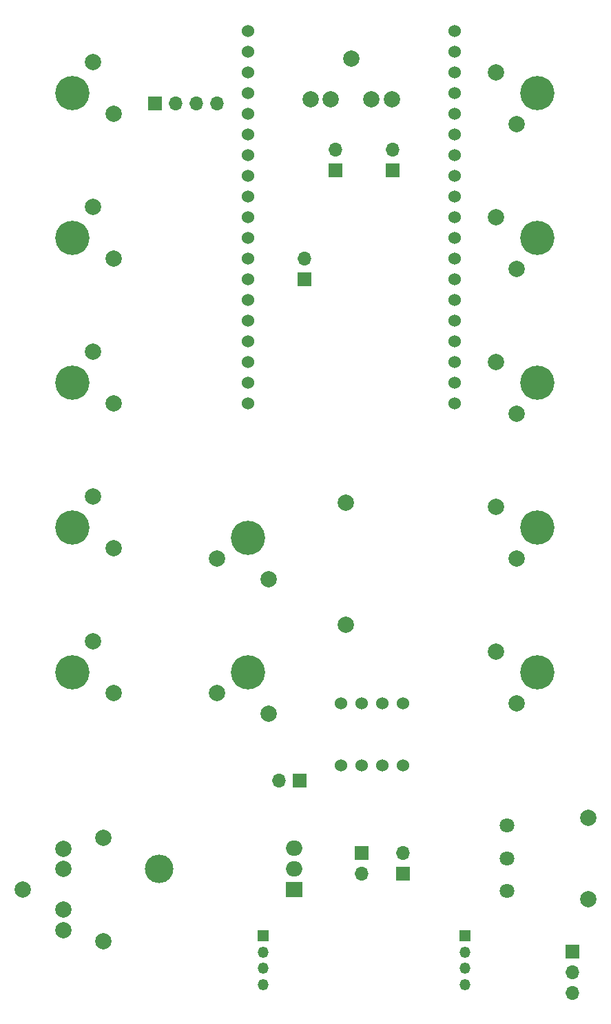
<source format=gts>
G04 #@! TF.GenerationSoftware,KiCad,Pcbnew,(5.1.8)-1*
G04 #@! TF.CreationDate,2021-02-19T23:09:38+09:00*
G04 #@! TF.ProjectId,windsynyh5,77696e64-7379-46e7-9968-352e6b696361,rev?*
G04 #@! TF.SameCoordinates,Original*
G04 #@! TF.FileFunction,Soldermask,Top*
G04 #@! TF.FilePolarity,Negative*
%FSLAX46Y46*%
G04 Gerber Fmt 4.6, Leading zero omitted, Abs format (unit mm)*
G04 Created by KiCad (PCBNEW (5.1.8)-1) date 2021-02-19 23:09:38*
%MOMM*%
%LPD*%
G01*
G04 APERTURE LIST*
%ADD10C,2.000000*%
%ADD11O,3.500000X3.500000*%
%ADD12R,2.000000X1.905000*%
%ADD13O,2.000000X1.905000*%
%ADD14C,1.800000*%
%ADD15C,1.524000*%
%ADD16C,4.200000*%
%ADD17R,1.700000X1.700000*%
%ADD18O,1.700000X1.700000*%
%ADD19R,1.350000X1.350000*%
%ADD20O,1.350000X1.350000*%
G04 APERTURE END LIST*
D10*
G04 #@! TO.C,HEADPHONE*
X117650000Y-162005000D03*
X117650000Y-164505000D03*
X117650000Y-169505000D03*
X117650000Y-172005000D03*
X112650000Y-167005000D03*
G04 #@! TD*
G04 #@! TO.C,TRS-MIDI*
X158035000Y-70025000D03*
X155535000Y-70025000D03*
X150535000Y-70025000D03*
X148035000Y-70025000D03*
X153035000Y-65025000D03*
G04 #@! TD*
G04 #@! TO.C,BATTERY (\u002A)*
X122555000Y-160655000D03*
X122555000Y-173355000D03*
G04 #@! TD*
D11*
G04 #@! TO.C,L7805*
X129390000Y-164465000D03*
D12*
X146050000Y-167005000D03*
D13*
X146050000Y-164465000D03*
X146050000Y-161925000D03*
G04 #@! TD*
D10*
G04 #@! TO.C,VOLUME*
X182205000Y-168195000D03*
D14*
X172205000Y-167195000D03*
X172205000Y-163195000D03*
X172205000Y-159195000D03*
D10*
X182205000Y-158195000D03*
G04 #@! TD*
D15*
G04 #@! TO.C,ESP32-DEVKIT-C (\u002A)*
X140335000Y-84455000D03*
X165735000Y-84455000D03*
X140335000Y-86995000D03*
X140335000Y-89535000D03*
X140335000Y-92075000D03*
X140335000Y-94615000D03*
X140335000Y-97155000D03*
X140335000Y-81915000D03*
X140335000Y-79375000D03*
X140335000Y-76835000D03*
X140335000Y-74295000D03*
X140335000Y-71755000D03*
X140335000Y-69215000D03*
X140335000Y-66675000D03*
X140335000Y-99695000D03*
X140335000Y-102235000D03*
X140335000Y-64135000D03*
X140335000Y-104775000D03*
X140335000Y-107315000D03*
X140335000Y-61595000D03*
X165735000Y-61595000D03*
X165735000Y-64135000D03*
X165735000Y-66675000D03*
X165735000Y-69215000D03*
X165735000Y-71755000D03*
X165735000Y-74295000D03*
X165735000Y-76835000D03*
X165735000Y-79375000D03*
X165735000Y-81915000D03*
X165735000Y-86995000D03*
X165735000Y-89535000D03*
X165735000Y-92075000D03*
X165735000Y-94615000D03*
X165735000Y-97155000D03*
X165735000Y-99695000D03*
X165735000Y-102235000D03*
X165735000Y-104775000D03*
X165735000Y-107315000D03*
G04 #@! TD*
D10*
G04 #@! TO.C,KeyLowC#*
X121285000Y-65405000D03*
X123825000Y-71755000D03*
D16*
X118745000Y-69215000D03*
G04 #@! TD*
D10*
G04 #@! TO.C,KeyG#*
X121285000Y-83185000D03*
X123825000Y-89535000D03*
D16*
X118745000Y-86995000D03*
G04 #@! TD*
D10*
G04 #@! TO.C,KeyG*
X121285000Y-100965000D03*
X123825000Y-107315000D03*
D16*
X118745000Y-104775000D03*
G04 #@! TD*
D10*
G04 #@! TO.C,KeyA*
X121285000Y-118745000D03*
X123825000Y-125095000D03*
D16*
X118745000Y-122555000D03*
G04 #@! TD*
D10*
G04 #@! TO.C,KeyB*
X121285000Y-136525000D03*
X123825000Y-142875000D03*
D16*
X118745000Y-140335000D03*
G04 #@! TD*
D10*
G04 #@! TO.C,KeyLowC*
X173355000Y-73025000D03*
X170815000Y-66675000D03*
D16*
X175895000Y-69215000D03*
G04 #@! TD*
D10*
G04 #@! TO.C,KeyEb*
X173355000Y-90805000D03*
X170815000Y-84455000D03*
D16*
X175895000Y-86995000D03*
G04 #@! TD*
D10*
G04 #@! TO.C,KeyD*
X173355000Y-108585000D03*
X170815000Y-102235000D03*
D16*
X175895000Y-104775000D03*
G04 #@! TD*
D10*
G04 #@! TO.C,KeyE*
X173355000Y-126365000D03*
X170815000Y-120015000D03*
D16*
X175895000Y-122555000D03*
G04 #@! TD*
D10*
G04 #@! TO.C,KeyF*
X173355000Y-144145000D03*
X170815000Y-137795000D03*
D16*
X175895000Y-140335000D03*
G04 #@! TD*
D10*
G04 #@! TO.C,KeyUp*
X136525000Y-142875000D03*
X142875000Y-145415000D03*
D16*
X140335000Y-140335000D03*
G04 #@! TD*
D10*
G04 #@! TO.C,KeyDown*
X136525000Y-126365000D03*
X142875000Y-128905000D03*
D16*
X140335000Y-123825000D03*
G04 #@! TD*
D15*
G04 #@! TO.C,AE-PAM8012*
X151765000Y-151765000D03*
X154305000Y-151765000D03*
X156845000Y-151765000D03*
X159385000Y-151765000D03*
X151765000Y-144145000D03*
X154305000Y-144145000D03*
X156845000Y-144145000D03*
X159385000Y-144145000D03*
G04 #@! TD*
D17*
G04 #@! TO.C,LED*
X147320000Y-92075000D03*
D18*
X147320000Y-89535000D03*
G04 #@! TD*
D17*
G04 #@! TO.C,R1*
X154305000Y-162560000D03*
D18*
X154305000Y-165100000D03*
G04 #@! TD*
D17*
G04 #@! TO.C,R2*
X158115000Y-78740000D03*
D18*
X158115000Y-76200000D03*
G04 #@! TD*
D17*
G04 #@! TO.C,R3*
X151130000Y-78740000D03*
D18*
X151130000Y-76200000D03*
G04 #@! TD*
D17*
G04 #@! TO.C,C1*
X159385000Y-165100000D03*
D18*
X159385000Y-162560000D03*
G04 #@! TD*
D17*
G04 #@! TO.C,EXT*
X128905000Y-70485000D03*
D18*
X131445000Y-70485000D03*
X133985000Y-70485000D03*
X136525000Y-70485000D03*
G04 #@! TD*
D10*
G04 #@! TO.C,SPEAKER (\u002A)*
X152400000Y-134500000D03*
X152400000Y-119500000D03*
G04 #@! TD*
D19*
G04 #@! TO.C,SENSOR*
X167005000Y-172720000D03*
D20*
X167005000Y-174720000D03*
X167005000Y-176720000D03*
X167005000Y-178720000D03*
G04 #@! TD*
D19*
G04 #@! TO.C,I2C*
X142240000Y-172720000D03*
D20*
X142240000Y-174720000D03*
X142240000Y-176720000D03*
X142240000Y-178720000D03*
G04 #@! TD*
D17*
G04 #@! TO.C,SW1*
X180213000Y-174625000D03*
D18*
X180213000Y-177165000D03*
X180213000Y-179705000D03*
G04 #@! TD*
D17*
G04 #@! TO.C,D2*
X146685000Y-153670000D03*
D18*
X144145000Y-153670000D03*
G04 #@! TD*
M02*

</source>
